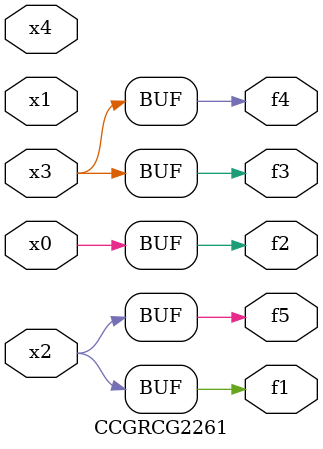
<source format=v>
module CCGRCG2261(
	input x0, x1, x2, x3, x4,
	output f1, f2, f3, f4, f5
);
	assign f1 = x2;
	assign f2 = x0;
	assign f3 = x3;
	assign f4 = x3;
	assign f5 = x2;
endmodule

</source>
